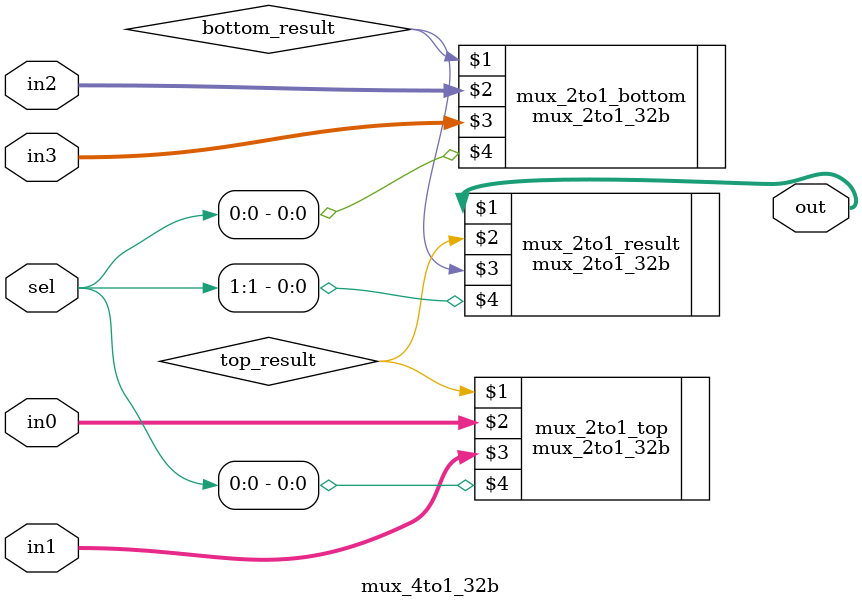
<source format=v>
module mux_4to1_32b(out, in0, in1, in2, in3, sel);
	
	input [31:0] in0, in1, in2, in3;
	input [1:0] sel;
	output [31:0]out;
	
	wire top_result, bottom_result;
	
	mux_2to1_32b mux_2to1_top(top_result, in0, in1, sel[0]);
	mux_2to1_32b mux_2to1_bottom(bottom_result, in2, in3, sel[0]);
	
	mux_2to1_32b mux_2to1_result(out, top_result, bottom_result, sel[1]);
	
endmodule
</source>
